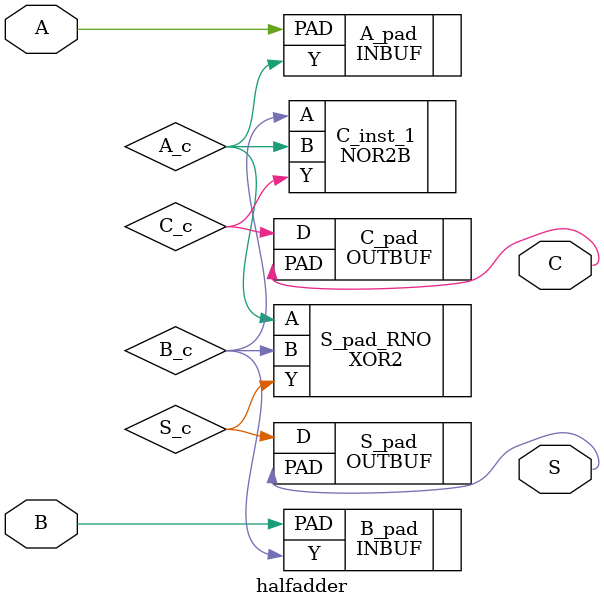
<source format=v>
`timescale 1 ns/100 ps


module halfadder(
       S,
       C,
       A,
       B
    );
output S;
output C;
input  A;
input  B;

    wire GND, VCC, S_c, C_c, A_c, B_c;
    
    OUTBUF C_pad (.D(C_c), .PAD(C));
    INBUF B_pad (.PAD(B), .Y(B_c));
    VCC VCC_i (.Y(VCC));
    XOR2 S_pad_RNO (.A(A_c), .B(B_c), .Y(S_c));
    OUTBUF S_pad (.D(S_c), .PAD(S));
    GND GND_i (.Y(GND));
    NOR2B C_inst_1 (.A(B_c), .B(A_c), .Y(C_c));
    INBUF A_pad (.PAD(A), .Y(A_c));
    
endmodule

</source>
